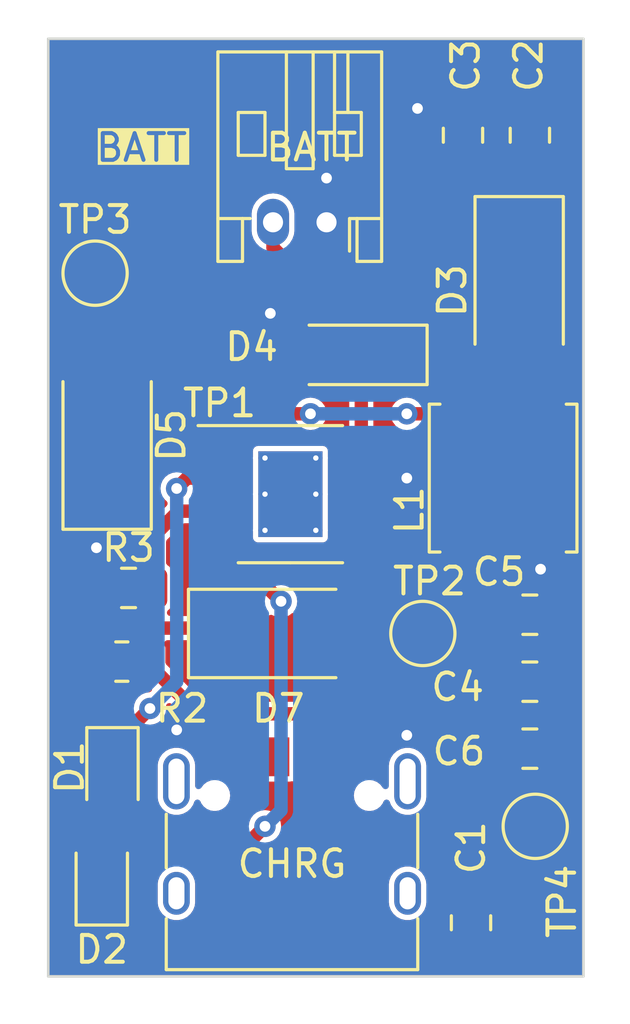
<source format=kicad_pcb>
(kicad_pcb (version 20221018) (generator pcbnew)
  (layers (0 "F.Cu" signal) (31 "B.Cu" signal) (34 "B.Paste" user) (35 "F.Paste" user) (36 "B.SilkS" user "B.Silkscreen") (37 "F.SilkS" user "F.Silkscreen") (38 "B.Mask" user) (39 "F.Mask" user) (44 "Edge.Cuts" user))
  (net 0 "")
  (net 1 "VBUS")
  (net 2 "GND")
  (net 3 "Net-(D3-K)")
  (net 4 "Net-(TP1-BAT)")
  (net 5 "Net-(D1-K)")
  (net 6 "Net-(D1-A)")
  (net 7 "Net-(D2-K)")
  (net 8 "Net-(D3-A)")
  (net 9 "Net-(TP1-PROG)")
  (net 10 "+5V")
  (footprint "Inductor_SMD:L_Sunlord_SWPA5040S" (layer "F.Cu") (at 98 71.4 -90)
    (fp_text reference "L1" (at 1.2 3.5 90) (layer "F.SilkS"))
    (fp_text value "10u")
    (fp_line (start -2.76 -2.76) (end -2.76 -2.36) (stroke (width 0.12)) (layer "F.SilkS"))
    (fp_line (start -2.76 -2.76) (end 2.76 -2.76) (stroke (width 0.12)) (layer "F.SilkS"))
    (fp_line (start -2.76 2.76) (end -2.76 2.36) (stroke (width 0.12)) (layer "F.SilkS"))
    (fp_line (start -2.76 2.76) (end 2.76 2.76) (stroke (width 0.12)) (layer "F.SilkS"))
    (fp_line (start 2.76 -2.76) (end 2.76 -2.36) (stroke (width 0.12)) (layer "F.SilkS"))
    (fp_line (start 2.76 2.76) (end 2.76 2.36) (stroke (width 0.12)) (layer "F.SilkS"))
    (pad "1" smd rect (at -1.85 0 270) (size 1.4 4.2) (layers "F.Cu" "F.Paste" "F.Mask") (net 8 "Net-(D3-A)"))
    (pad "2" smd rect (at 1.85 0 270) (size 1.4 4.2) (layers "F.Cu" "F.Paste" "F.Mask") (net 4 "Net-(TP1-BAT)"))
  )
  (footprint "Diode_SMD:D_SMA" (layer "F.Cu") (at 89.75 77.2)
    (fp_text reference "D7" (at -0.15 2.8) (layer "F.SilkS"))
    (fp_text value "SS34")
    (fp_line (start -3.51 -1.65) (end -3.51 1.65) (stroke (width 0.12)) (layer "F.SilkS"))
    (fp_line (start -3.51 -1.65) (end 2 -1.65) (stroke (width 0.12)) (layer "F.SilkS"))
    (fp_line (start -3.51 1.65) (end 2 1.65) (stroke (width 0.12)) (layer "F.SilkS"))
    (pad "1" smd roundrect (at -2 0) (size 2.5 1.8) (layers "F.Cu" "F.Paste" "F.Mask") (roundrect_rratio 0.1388888889) (net 10 "+5V"))
    (pad "2" smd roundrect (at 2 0) (size 2.5 1.8) (layers "F.Cu" "F.Paste" "F.Mask") (roundrect_rratio 0.1388888889) (net 1 "VBUS"))
  )
  (footprint "TestPoint:TestPoint_Pad_D2.0mm" (layer "F.Cu") (at 95 77.2)
    (fp_text reference "TP2" (at 0.25 -1.95) (layer "F.SilkS"))
    (fp_text value "TestPoint")
    (fp_circle (center 0 0) (end 0 1.2) (stroke (width 0.12)) (fill none) (layer "F.SilkS"))
    (pad "1" smd circle (at 0 0) (size 2 2) (layers "F.Cu" "F.Mask") (net 1 "VBUS"))
  )
  (footprint "Capacitor_SMD:C_0805_2012Metric" (layer "F.Cu") (at 96.8 88 -90)
    (fp_text reference "C1" (at -2.8 0 -90) (layer "F.SilkS"))
    (fp_text value "10u")
    (fp_line (start -0.261252 -0.735) (end 0.261252 -0.735) (stroke (width 0.12)) (layer "F.SilkS"))
    (fp_line (start -0.261252 0.735) (end 0.261252 0.735) (stroke (width 0.12)) (layer "F.SilkS"))
    (pad "1" smd roundrect (at -0.95 0 270) (size 1 1.45) (layers "F.Cu" "F.Paste" "F.Mask") (net 1 "VBUS"))
    (pad "2" smd roundrect (at 0.95 0 270) (size 1 1.45) (layers "F.Cu" "F.Paste" "F.Mask") (net 2 "GND"))
  )
  (footprint "Package_SO:HTSOP-8-1EP_3.9x4.9mm_P1.27mm_EP2.4x3.2mm_ThermalVias" (layer "F.Cu") (at 90.05 72)
    (fp_text reference "TP1" (at -2.65 -3.4) (layer "F.SilkS"))
    (fp_text value "~")
    (fp_line (start 0 -2.56) (end -3.45 -2.56) (stroke (width 0.12)) (layer "F.SilkS"))
    (fp_line (start 0 -2.56) (end 1.95 -2.56) (stroke (width 0.12)) (layer "F.SilkS"))
    (fp_line (start 0 2.56) (end -1.95 2.56) (stroke (width 0.12)) (layer "F.SilkS"))
    (fp_line (start 0 2.56) (end 1.95 2.56) (stroke (width 0.12)) (layer "F.SilkS"))
    (pad "1" smd roundrect (at -2.65 -1.905) (size 1.6 0.6) (layers "F.Cu" "F.Paste" "F.Mask") (net 8 "Net-(D3-A)"))
    (pad "2" smd roundrect (at -2.65 -0.635) (size 1.6 0.6) (layers "F.Cu" "F.Paste" "F.Mask") (net 5 "Net-(D1-K)"))
    (pad "3" smd roundrect (at -2.65 0.635) (size 1.6 0.6) (layers "F.Cu" "F.Paste" "F.Mask") (net 9 "Net-(TP1-PROG)"))
    (pad "4" smd roundrect (at -2.65 1.905) (size 1.6 0.6) (layers "F.Cu" "F.Paste" "F.Mask") (net 7 "Net-(D2-K)"))
    (pad "5" smd roundrect (at 2.65 1.905) (size 1.6 0.6) (layers "F.Cu" "F.Paste" "F.Mask") (net 1 "VBUS"))
    (pad "6" smd roundrect (at 2.65 0.635) (size 1.6 0.6) (layers "F.Cu" "F.Paste" "F.Mask") (net 4 "Net-(TP1-BAT)"))
    (pad "7" smd roundrect (at 2.65 -0.635) (size 1.6 0.6) (layers "F.Cu" "F.Paste" "F.Mask") (net 2 "GND"))
    (pad "8" smd roundrect (at 2.65 -1.905) (size 1.6 0.6) (layers "F.Cu" "F.Paste" "F.Mask") (net 4 "Net-(TP1-BAT)"))
    (pad "9" thru_hole circle (at -0.95 -1.35) (size 0.5 0.5) (drill 0.2) (layers "*.Cu"))
    (pad "9" thru_hole circle (at -0.95 0) (size 0.5 0.5) (drill 0.2) (layers "*.Cu"))
    (pad "9" thru_hole circle (at -0.95 1.35) (size 0.5 0.5) (drill 0.2) (layers "*.Cu"))
    (pad "9" smd rect (at 0 0) (size 2.4 3.2) (layers "F.Cu" "F.Mask"))
    (pad "9" smd rect (at 0 0) (size 2.4 3.2) (layers "B.Cu"))
    (pad "9" thru_hole circle (at 0.95 -1.35) (size 0.5 0.5) (drill 0.2) (layers "*.Cu"))
    (pad "9" thru_hole circle (at 0.95 0) (size 0.5 0.5) (drill 0.2) (layers "*.Cu"))
    (pad "9" thru_hole circle (at 0.95 1.35) (size 0.5 0.5) (drill 0.2) (layers "*.Cu"))
  )
  (footprint "Capacitor_SMD:C_0805_2012Metric" (layer "F.Cu") (at 96.5 58.6 90)
    (fp_text reference "C3" (at 2.6 0.1 90) (layer "F.SilkS"))
    (fp_text value "47u")
    (fp_line (start -0.261252 -0.735) (end 0.261252 -0.735) (stroke (width 0.12)) (layer "F.SilkS"))
    (fp_line (start -0.261252 0.735) (end 0.261252 0.735) (stroke (width 0.12)) (layer "F.SilkS"))
    (pad "1" smd roundrect (at -0.95 0 90) (size 1 1.45) (layers "F.Cu" "F.Paste" "F.Mask") (net 3 "Net-(D3-K)"))
    (pad "2" smd roundrect (at 0.95 0 90) (size 1 1.45) (layers "F.Cu" "F.Paste" "F.Mask") (net 2 "GND"))
  )
  (footprint "Capacitor_SMD:C_0805_2012Metric" (layer "F.Cu") (at 99 76.5)
    (fp_text reference "C5" (at -1.15 -1.6 180) (layer "F.SilkS"))
    (fp_text value "22u")
    (fp_line (start -0.261252 -0.735) (end 0.261252 -0.735) (stroke (width 0.12)) (layer "F.SilkS"))
    (fp_line (start -0.261252 0.735) (end 0.261252 0.735) (stroke (width 0.12)) (layer "F.SilkS"))
    (pad "1" smd roundrect (at -0.95 0) (size 1 1.45) (layers "F.Cu" "F.Paste" "F.Mask") (net 4 "Net-(TP1-BAT)"))
    (pad "2" smd roundrect (at 0.95 0) (size 1 1.45) (layers "F.Cu" "F.Paste" "F.Mask") (net 2 "GND"))
  )
  (footprint "Diode_SMD:D_MiniMELF" (layer "F.Cu") (at 92.5 66.8 180)
    (fp_text reference "D4" (at 3.9 0.3) (layer "F.SilkS"))
    (fp_text value "D_Zener")
    (fp_line (start -2.66 -1.11) (end -2.66 1.11) (stroke (width 0.12)) (layer "F.SilkS"))
    (fp_line (start -2.66 1.11) (end 1.75 1.11) (stroke (width 0.12)) (layer "F.SilkS"))
    (fp_line (start 1.75 -1.11) (end -2.66 -1.11) (stroke (width 0.12)) (layer "F.SilkS"))
    (pad "1" smd roundrect (at -1.75 0 180) (size 1.3 1.7) (layers "F.Cu" "F.Paste" "F.Mask") (roundrect_rratio 0.1923076923) (net 3 "Net-(D3-K)"))
    (pad "2" smd roundrect (at 1.75 0 180) (size 1.3 1.7) (layers "F.Cu" "F.Paste" "F.Mask") (roundrect_rratio 0.1923076923) (net 2 "GND"))
  )
  (footprint "Capacitor_SMD:C_0805_2012Metric" (layer "F.Cu") (at 99 81.5)
    (fp_text reference "C6" (at -2.65 0.1 180) (layer "F.SilkS"))
    (fp_text value "22u")
    (fp_line (start -0.261252 -0.735) (end 0.261252 -0.735) (stroke (width 0.12)) (layer "F.SilkS"))
    (fp_line (start -0.261252 0.735) (end 0.261252 0.735) (stroke (width 0.12)) (layer "F.SilkS"))
    (pad "1" smd roundrect (at -0.95 0) (size 1 1.45) (layers "F.Cu" "F.Paste" "F.Mask") (net 4 "Net-(TP1-BAT)"))
    (pad "2" smd roundrect (at 0.95 0) (size 1 1.45) (layers "F.Cu" "F.Paste" "F.Mask") (net 2 "GND"))
  )
  (footprint "Capacitor_SMD:C_0805_2012Metric" (layer "F.Cu") (at 84 75.5 180)
    (fp_text reference "R3" (at 0 1.5) (layer "F.SilkS"))
    (fp_text value "5.1k")
    (fp_line (start -0.261252 -0.735) (end 0.261252 -0.735) (stroke (width 0.12)) (layer "F.SilkS"))
    (fp_line (start -0.261252 0.735) (end 0.261252 0.735) (stroke (width 0.12)) (layer "F.SilkS"))
    (pad "1" smd roundrect (at -0.95 0 180) (size 1 1.45) (layers "F.Cu" "F.Paste" "F.Mask") (net 9 "Net-(TP1-PROG)"))
    (pad "2" smd roundrect (at 0.95 0 180) (size 1 1.45) (layers "F.Cu" "F.Paste" "F.Mask") (net 2 "GND"))
  )
  (footprint "TestPoint:TestPoint_Pad_D2.0mm" (layer "F.Cu") (at 99.2 84.4)
    (fp_text reference "TP4" (at 1 2.8 90) (layer "F.SilkS"))
    (fp_text value "TestPoint")
    (fp_circle (center 0 0) (end 0 1.2) (stroke (width 0.12)) (fill none) (layer "F.SilkS"))
    (pad "1" smd circle (at 0 0) (size 2 2) (layers "F.Cu" "F.Mask") (net 4 "Net-(TP1-BAT)"))
  )
  (footprint "Resistor_SMD:R_0805_2012Metric" (layer "F.Cu") (at 83.75 78.25 180)
    (fp_text reference "R2" (at -2.25 -1.75 180) (layer "F.SilkS"))
    (fp_text value "1k")
    (fp_line (start -0.227064 -0.735) (end 0.227064 -0.735) (stroke (width 0.12)) (layer "F.SilkS"))
    (fp_line (start -0.227064 0.735) (end 0.227064 0.735) (stroke (width 0.12)) (layer "F.SilkS"))
    (pad "1" smd roundrect (at -0.9125 0 180) (size 1.025 1.4) (layers "F.Cu" "F.Paste" "F.Mask") (roundrect_rratio 0.243902) (net 1 "VBUS"))
    (pad "2" smd roundrect (at 0.9125 0 180) (size 1.025 1.4) (layers "F.Cu" "F.Paste" "F.Mask") (roundrect_rratio 0.243902) (net 6 "Net-(D1-A)"))
  )
  (footprint "Connector_USB:USB_C_Receptacle_HRO_TYPE-C-31-M-12" (layer "F.Cu") (at 90.11 85.85)
    (fp_text reference "CHRG" (at 0 -0.05) (layer "F.SilkS"))
    (fp_text value "USB_C_Receptacle_USB2.0")
    (fp_line (start -4.7 -1.9) (end -4.7 0.1) (stroke (width 0.12)) (layer "F.SilkS"))
    (fp_line (start -4.7 2) (end -4.7 3.9) (stroke (width 0.12)) (layer "F.SilkS"))
    (fp_line (start -4.7 3.9) (end 4.7 3.9) (stroke (width 0.12)) (layer "F.SilkS"))
    (fp_line (start 4.7 -1.9) (end 4.7 0.1) (stroke (width 0.12)) (layer "F.SilkS"))
    (fp_line (start 4.7 2) (end 4.7 3.9) (stroke (width 0.12)) (layer "F.SilkS"))
    (pad "" np_thru_hole circle (at -2.89 -2.6) (size 0.65 0.65) (drill 0.65) (layers "*.Cu" "*.Mask"))
    (pad "" np_thru_hole circle (at 2.89 -2.6) (size 0.65 0.65) (drill 0.65) (layers "*.Cu" "*.Mask"))
    (pad "A1" smd rect (at -3.25 -4.045) (size 0.6 1.45) (layers "F.Cu" "F.Paste" "F.Mask") (net 2 "GND"))
    (pad "A4" smd rect (at -2.45 -4.045) (size 0.6 1.45) (layers "F.Cu" "F.Paste" "F.Mask") (net 1 "VBUS"))
    (pad "A5" smd rect (at -1.25 -4.045) (size 0.3 1.45) (layers "F.Cu" "F.Paste" "F.Mask"))
    (pad "A6" smd rect (at -0.25 -4.045) (size 0.3 1.45) (layers "F.Cu" "F.Paste" "F.Mask"))
    (pad "A7" smd rect (at 0.25 -4.045) (size 0.3 1.45) (layers "F.Cu" "F.Paste" "F.Mask"))
    (pad "A8" smd rect (at 1.25 -4.045) (size 0.3 1.45) (layers "F.Cu" "F.Paste" "F.Mask"))
    (pad "A9" smd rect (at 2.45 -4.045) (size 0.6 1.45) (layers "F.Cu" "F.Paste" "F.Mask") (net 1 "VBUS"))
    (pad "A12" smd rect (at 3.25 -4.045) (size 0.6 1.45) (layers "F.Cu" "F.Paste" "F.Mask") (net 2 "GND"))
    (pad "B1" smd rect (at 3.25 -4.045) (size 0.6 1.45) (layers "F.Cu" "F.Paste" "F.Mask") (net 2 "GND"))
    (pad "B4" smd rect (at 2.45 -4.045) (size 0.6 1.45) (layers "F.Cu" "F.Paste" "F.Mask") (net 1 "VBUS"))
    (pad "B5" smd rect (at 1.75 -4.045) (size 0.3 1.45) (layers "F.Cu" "F.Paste" "F.Mask"))
    (pad "B6" smd rect (at 0.75 -4.045) (size 0.3 1.45) (layers "F.Cu" "F.Paste" "F.Mask"))
    (pad "B7" smd rect (at -0.75 -4.045) (size 0.3 1.45) (layers "F.Cu" "F.Paste" "F.Mask"))
    (pad "B8" smd rect (at -1.75 -4.045) (size 0.3 1.45) (layers "F.Cu" "F.Paste" "F.Mask"))
    (pad "B9" smd rect (at -2.45 -4.045) (size 0.6 1.45) (layers "F.Cu" "F.Paste" "F.Mask") (net 1 "VBUS"))
    (pad "B12" smd rect (at -3.25 -4.045) (size 0.6 1.45) (layers "F.Cu" "F.Paste" "F.Mask") (net 2 "GND"))
    (pad "S1" thru_hole oval (at -4.32 -3.13) (size 1 2.1) (drill oval 0.6 1.7) (layers "*.Cu" "*.Mask"))
    (pad "S1" thru_hole oval (at -4.32 1.05) (size 1 1.6) (drill oval 0.6 1.2) (layers "*.Cu" "*.Mask"))
    (pad "S1" thru_hole oval (at 4.32 -3.13) (size 1 2.1) (drill oval 0.6 1.7) (layers "*.Cu" "*.Mask"))
    (pad "S1" thru_hole oval (at 4.32 1.05) (size 1 1.6) (drill oval 0.6 1.2) (layers "*.Cu" "*.Mask"))
  )
  (footprint "LED_SMD:LED_0805_2012Metric" (layer "F.Cu") (at 83 86.4 90)
    (fp_text reference "D2" (at -2.6 0 180) (layer "F.SilkS"))
    (fp_text value "G")
    (fp_line (start -1.685 -0.96) (end -1.685 0.96) (stroke (width 0.12)) (layer "F.SilkS"))
    (fp_line (start -1.685 0.96) (end 1 0.96) (stroke (width 0.12)) (layer "F.SilkS"))
    (fp_line (start 1 -0.96) (end -1.685 -0.96) (stroke (width 0.12)) (layer "F.SilkS"))
    (pad "1" smd roundrect (at -0.9375 0 90) (size 0.975 1.4) (layers "F.Cu" "F.Paste" "F.Mask") (net 7 "Net-(D2-K)"))
    (pad "2" smd roundrect (at 0.9375 0 90) (size 0.975 1.4) (layers "F.Cu" "F.Paste" "F.Mask") (net 6 "Net-(D1-A)"))
  )
  (footprint "Capacitor_SMD:C_0805_2012Metric" (layer "F.Cu") (at 99 58.6 90)
    (fp_text reference "C2" (at 2.6 -0.05 90) (layer "F.SilkS"))
    (fp_text value "0.1u")
    (fp_line (start -0.261252 -0.735) (end 0.261252 -0.735) (stroke (width 0.12)) (layer "F.SilkS"))
    (fp_line (start -0.261252 0.735) (end 0.261252 0.735) (stroke (width 0.12)) (layer "F.SilkS"))
    (pad "1" smd roundrect (at -0.95 0 90) (size 1 1.45) (layers "F.Cu" "F.Paste" "F.Mask") (net 3 "Net-(D3-K)"))
    (pad "2" smd roundrect (at 0.95 0 90) (size 1 1.45) (layers "F.Cu" "F.Paste" "F.Mask") (net 2 "GND"))
  )
  (footprint "LED_SMD:LED_0805_2012Metric" (layer "F.Cu") (at 83.4 82.4 -90)
    (fp_text reference "D1" (at -0.2 1.6 90) (layer "F.SilkS"))
    (fp_text value "R")
    (fp_line (start -1.685 -0.96) (end -1.685 0.96) (stroke (width 0.12)) (layer "F.SilkS"))
    (fp_line (start -1.685 0.96) (end 1 0.96) (stroke (width 0.12)) (layer "F.SilkS"))
    (fp_line (start 1 -0.96) (end -1.685 -0.96) (stroke (width 0.12)) (layer "F.SilkS"))
    (pad "1" smd roundrect (at -0.9375 0 270) (size 0.975 1.4) (layers "F.Cu" "F.Paste" "F.Mask") (net 5 "Net-(D1-K)"))
    (pad "2" smd roundrect (at 0.9375 0 270) (size 0.975 1.4) (layers "F.Cu" "F.Paste" "F.Mask") (net 6 "Net-(D1-A)"))
  )
  (footprint "Connector_JST:JST_PH_S2B-PH-K_1x02_P2.00mm_Horizontal" (layer "F.Cu") (at 91.4 61.85 180)
    (fp_text reference "BATT" (at 0.55 2.8) (layer "F.SilkS"))
    (fp_text value "Conn_01x02_Pin")
    (fp_line (start -2.06 -1.46) (end -2.06 6.36) (stroke (width 0.12)) (layer "F.SilkS"))
    (fp_line (start -2.06 0.14) (end -1.14 0.14) (stroke (width 0.12)) (layer "F.SilkS"))
    (fp_line (start -2.06 6.36) (end 4.06 6.36) (stroke (width 0.12)) (layer "F.SilkS"))
    (fp_line (start -1.3 2.5) (end -1.3 4.1) (stroke (width 0.12)) (layer "F.SilkS"))
    (fp_line (start -1.3 4.1) (end -0.3 4.1) (stroke (width 0.12)) (layer "F.SilkS"))
    (fp_line (start -1.14 -1.46) (end -2.06 -1.46) (stroke (width 0.12)) (layer "F.SilkS"))
    (fp_line (start -1.14 0.14) (end -1.14 -1.46) (stroke (width 0.12)) (layer "F.SilkS"))
    (fp_line (start -0.86 0.14) (end -1.14 0.14) (stroke (width 0.12)) (layer "F.SilkS"))
    (fp_line (start -0.86 0.14) (end -0.86 -1.075) (stroke (width 0.12)) (layer "F.SilkS"))
    (fp_line (start -0.8 4.1) (end -0.8 6.36) (stroke (width 0.12)) (layer "F.SilkS"))
    (fp_line (start -0.3 2.5) (end -1.3 2.5) (stroke (width 0.12)) (layer "F.SilkS"))
    (fp_line (start -0.3 4.1) (end -0.3 2.5) (stroke (width 0.12)) (layer "F.SilkS"))
    (fp_line (start -0.3 4.1) (end -0.3 6.36) (stroke (width 0.12)) (layer "F.SilkS"))
    (fp_line (start 0.5 2) (end 1.5 2) (stroke (width 0.12)) (layer "F.SilkS"))
    (fp_line (start 0.5 6.36) (end 0.5 2) (stroke (width 0.12)) (layer "F.SilkS"))
    (fp_line (start 1.5 2) (end 1.5 6.36) (stroke (width 0.12)) (layer "F.SilkS"))
    (fp_line (start 2.3 2.5) (end 3.3 2.5) (stroke (width 0.12)) (layer "F.SilkS"))
    (fp_line (start 2.3 4.1) (end 2.3 2.5) (stroke (width 0.12)) (layer "F.SilkS"))
    (fp_line (start 3.14 -1.46) (end 3.14 0.14) (stroke (width 0.12)) (layer "F.SilkS"))
    (fp_line (start 3.14 0.14) (end 2.86 0.14) (stroke (width 0.12)) (layer "F.SilkS"))
    (fp_line (start 3.3 2.5) (end 3.3 4.1) (stroke (width 0.12)) (layer "F.SilkS"))
    (fp_line (start 3.3 4.1) (end 2.3 4.1) (stroke (width 0.12)) (layer "F.SilkS"))
    (fp_line (start 4.06 -1.46) (end 3.14 -1.46) (stroke (width 0.12)) (layer "F.SilkS"))
    (fp_line (start 4.06 0.14) (end 3.14 0.14) (stroke (width 0.12)) (layer "F.SilkS"))
    (fp_line (start 4.06 6.36) (end 4.06 -1.46) (stroke (width 0.12)) (layer "F.SilkS"))
    (pad "1" thru_hole roundrect (at 0 0 180) (size 1.2 1.75) (drill 0.75) (layers "*.Cu" "*.Mask") (roundrect_rratio 0.208333) (net 2 "GND"))
    (pad "2" thru_hole oval (at 2 0 180) (size 1.2 1.75) (drill 0.75) (layers "*.Cu" "*.Mask") (net 4 "Net-(TP1-BAT)"))
  )
  (footprint "Diode_SMD:D_SMA" (layer "F.Cu") (at 83.2 69.8 90)
    (fp_text reference "D5" (at 0 2.4 90) (layer "F.SilkS"))
    (fp_text value "SS34")
    (fp_line (start -3.51 -1.65) (end -3.51 1.65) (stroke (width 0.12)) (layer "F.SilkS"))
    (fp_line (start -3.51 -1.65) (end 2 -1.65) (stroke (width 0.12)) (layer "F.SilkS"))
    (fp_line (start -3.51 1.65) (end 2 1.65) (stroke (width 0.12)) (layer "F.SilkS"))
    (pad "1" smd roundrect (at -2 0 90) (size 2.5 1.8) (layers "F.Cu" "F.Paste" "F.Mask") (roundrect_rratio 0.1388888889) (net 10 "+5V"))
    (pad "2" smd roundrect (at 2 0 90) (size 2.5 1.8) (layers "F.Cu" "F.Paste" "F.Mask") (roundrect_rratio 0.1388888889) (net 3 "Net-(D3-K)"))
  )
  (footprint "TestPoint:TestPoint_Pad_D2.0mm" (layer "F.Cu") (at 82.75 63.75)
    (fp_text reference "TP3" (at 0 -1.998) (layer "F.SilkS"))
    (fp_text value "TestPoint")
    (fp_circle (center 0 0) (end 0 1.2) (stroke (width 0.12)) (fill none) (layer "F.SilkS"))
    (pad "1" smd circle (at 0 0) (size 2 2) (layers "F.Cu" "F.Mask") (net 10 "+5V"))
  )
  (footprint "Capacitor_SMD:C_0805_2012Metric" (layer "F.Cu") (at 99 79)
    (fp_text reference "C4" (at -2.7 0.2) (layer "F.SilkS"))
    (fp_text value "0.1u")
    (fp_line (start -0.261252 -0.735) (end 0.261252 -0.735) (stroke (width 0.12)) (layer "F.SilkS"))
    (fp_line (start -0.261252 0.735) (end 0.261252 0.735) (stroke (width 0.12)) (layer "F.SilkS"))
    (pad "1" smd roundrect (at -0.95 0) (size 1 1.45) (layers "F.Cu" "F.Paste" "F.Mask") (net 4 "Net-(TP1-BAT)"))
    (pad "2" smd roundrect (at 0.95 0) (size 1 1.45) (layers "F.Cu" "F.Paste" "F.Mask") (net 2 "GND"))
  )
  (footprint "Diode_SMD:D_SMA" (layer "F.Cu") (at 98.6 64.4 -90)
    (fp_text reference "D3" (at 0 2.5 90) (layer "F.SilkS"))
    (fp_text value "SS34")
    (fp_line (start -3.51 -1.65) (end -3.51 1.65) (stroke (width 0.12)) (layer "F.SilkS"))
    (fp_line (start -3.51 -1.65) (end 2 -1.65) (stroke (width 0.12)) (layer "F.SilkS"))
    (fp_line (start -3.51 1.65) (end 2 1.65) (stroke (width 0.12)) (layer "F.SilkS"))
    (pad "1" smd roundrect (at -2 0 270) (size 2.5 1.8) (layers "F.Cu" "F.Paste" "F.Mask") (roundrect_rratio 0.1388888889) (net 3 "Net-(D3-K)"))
    (pad "2" smd roundrect (at 2 0 270) (size 2.5 1.8) (layers "F.Cu" "F.Paste" "F.Mask") (roundrect_rratio 0.1388888889) (net 8 "Net-(D3-A)"))
  )
  (gr_line (start 101 55) (end 101 90) (stroke (width 0.1)) (layer "Edge.Cuts"))
  (gr_line (start 81 90) (end 81 55) (stroke (width 0.1)) (layer "Edge.Cuts"))
  (gr_line (start 81 55) (end 101 55) (stroke (width 0.1)) (layer "Edge.Cuts"))
  (gr_line (start 101 90) (end 81 90) (stroke (width 0.1)) (layer "Edge.Cuts"))
  (gr_text "BATT" (at 82.7 59.65) (layer "F.SilkS" knockout) (effects (font (size 1 1)) (justify left bottom)))
  (segment (start 96.8 87.05) (end 96.8 84.45) (width 0.5) (layer "F.Cu") (net 1))
  (segment (start 95.5 80.25) (end 92.25 80.25) (width 0.5) (layer "F.Cu") (net 1))
  (segment (start 87.66 80.58) (end 87.66 81.805) (width 0.5) (layer "F.Cu") (net 1))
  (segment (start 92.7 75.3) (end 92.7 73.905) (width 0.5) (layer "F.Cu") (net 1))
  (segment (start 95.5 80.25) (end 95 79.75) (width 0.5) (layer "F.Cu") (net 1))
  (segment (start 86.6125 80.2) (end 87.28 80.2) (width 0.5) (layer "F.Cu") (net 1))
  (segment (start 87.28 80.2) (end 87.66 80.58) (width 0.5) (layer "F.Cu") (net 1))
  (segment (start 88 80.2) (end 92.2 80.2) (width 0.5) (layer "F.Cu") (net 1))
  (segment (start 96 83.65) (end 96 80.75) (width 0.5) (layer "F.Cu") (net 1))
  (segment (start 92.56 80.56) (end 92.56 81.805) (width 0.5) (layer "F.Cu") (net 1))
  (segment (start 92.2 79.45) (end 92.2 80.2) (width 0.5) (layer "F.Cu") (net 1))
  (segment (start 92.25 80.25) (end 92.2 80.2) (width 0.5) (layer "F.Cu") (net 1))
  (segment (start 95 79.75) (end 95 77.2) (width 0.5) (layer "F.Cu") (net 1))
  (segment (start 86.6125 80.2) (end 88 80.2) (width 0.5) (layer "F.Cu") (net 1))
  (segment (start 96.8 84.45) (end 96 83.65) (width 0.5) (layer "F.Cu") (net 1))
  (segment (start 84.6625 78.25) (end 86.6125 80.2) (width 0.5) (layer "F.Cu") (net 1))
  (segment (start 91.75 76.25) (end 92.7 75.3) (width 0.5) (layer "F.Cu") (net 1))
  (segment (start 96 80.75) (end 95.5 80.25) (width 0.5) (layer "F.Cu") (net 1))
  (segment (start 91.75 77.2) (end 91.75 79) (width 0.5) (layer "F.Cu") (net 1))
  (segment (start 91.75 79) (end 92.2 79.45) (width 0.5) (layer "F.Cu") (net 1))
  (segment (start 91.75 77.2) (end 91.75 76.25) (width 0.5) (layer "F.Cu") (net 1))
  (segment (start 92.25 80.25) (end 92.56 80.56) (width 0.5) (layer "F.Cu") (net 1))
  (segment (start 89.3 65.35) (end 90.75 66.8) (width 0.25) (layer "F.Cu") (net 2))
  (segment (start 93.36 81.805) (end 93.36 81.44) (width 0.25) (layer "F.Cu") (net 2))
  (segment (start 93.8 81) (end 94.4 81) (width 0.25) (layer "F.Cu") (net 2))
  (segment (start 94.365 71.365) (end 94.4 71.4) (width 0.25) (layer "F.Cu") (net 2))
  (segment (start 99.95 79) (end 99.95 81.5) (width 0.25) (layer "F.Cu") (net 2))
  (segment (start 89.3 65.25) (end 89.3 65.35) (width 0.25) (layer "F.Cu") (net 2))
  (segment (start 86.86 81.805) (end 86.86 81.46) (width 0.25) (layer "F.Cu") (net 2))
  (segment (start 99.95 76.5) (end 99.95 79) (width 0.25) (layer "F.Cu") (net 2))
  (segment (start 82.8 75.25) (end 83.05 75.5) (width 0.25) (layer "F.Cu") (net 2))
  (segment (start 91.4 60.2) (end 91.4 61.85) (width 0.25) (layer "F.Cu") (net 2))
  (segment (start 82.8 74) (end 82.8 75.25) (width 0.25) (layer "F.Cu") (net 2))
  (segment (start 86.2 80.8) (end 85.8 80.8) (width 0.25) (layer "F.Cu") (net 2))
  (segment (start 94.85 57.65) (end 96.5 57.65) (width 0.25) (layer "F.Cu") (net 2))
  (segment (start 86.86 81.46) (end 86.2 80.8) (width 0.25) (layer "F.Cu") (net 2))
  (segment (start 99.4 75.95) (end 99.95 76.5) (width 0.25) (layer "F.Cu") (net 2))
  (segment (start 93.36 81.44) (end 93.8 81) (width 0.25) (layer "F.Cu") (net 2))
  (segment (start 99 57.65) (end 96.5 57.65) (width 0.25) (layer "F.Cu") (net 2))
  (segment (start 92.7 71.365) (end 94.365 71.365) (width 0.25) (layer "F.Cu") (net 2))
  (segment (start 94.8 57.6) (end 94.85 57.65) (width 0.25) (layer "F.Cu") (net 2))
  (segment (start 99.4 74.8) (end 99.4 75.95) (width 0.25) (layer "F.Cu") (net 2))
  (via (at 89.3 65.25) (size 0.8) (drill 0.4) (layers "F.Cu" "B.Cu") (net 2))
  (via (at 91.4 60.2) (size 0.8) (drill 0.4) (layers "F.Cu" "B.Cu") (net 2))
  (via (at 82.8 74) (size 0.8) (drill 0.4) (layers "F.Cu" "B.Cu") (net 2))
  (via (at 94.4 81) (size 0.8) (drill 0.4) (layers "F.Cu" "B.Cu") (net 2))
  (via (at 94.4 71.4) (size 0.8) (drill 0.4) (layers "F.Cu" "B.Cu") (net 2))
  (via (at 94.8 57.6) (size 0.8) (drill 0.4) (layers "F.Cu" "B.Cu") (net 2))
  (via (at 85.8 80.8) (size 0.8) (drill 0.4) (layers "F.Cu" "B.Cu") (net 2))
  (via (at 99.4 74.8) (size 0.8) (drill 0.4) (layers "F.Cu" "B.Cu") (net 2))
  (segment (start 85 59.4) (end 88.6 55.8) (width 0.5) (layer "F.Cu") (net 3))
  (segment (start 96 66.4) (end 96 63.2) (width 0.5) (layer "F.Cu") (net 3))
  (segment (start 85 66) (end 85 59.4) (width 0.5) (layer "F.Cu") (net 3))
  (segment (start 83.2 67.8) (end 85 66) (width 0.5) (layer "F.Cu") (net 3))
  (segment (start 99.7 55.8) (end 100.5 56.6) (width 0.5) (layer "F.Cu") (net 3))
  (segment (start 96.5 59.55) (end 99 59.55) (width 0.5) (layer "F.Cu") (net 3))
  (segment (start 95.6 66.8) (end 96 66.4) (width 0.5) (layer "F.Cu") (net 3))
  (segment (start 96.8 62.4) (end 98.6 62.4) (width 0.5) (layer "F.Cu") (net 3))
  (segment (start 100.5 58.05) (end 99 59.55) (width 0.5) (layer "F.Cu") (net 3))
  (segment (start 98.6 62.4) (end 98.6 61) (width 0.5) (layer "F.Cu") (net 3))
  (segment (start 94.25 66.8) (end 95.6 66.8) (width 0.5) (layer "F.Cu") (net 3))
  (segment (start 96 63.2) (end 96.8 62.4) (width 0.5) (layer "F.Cu") (net 3))
  (segment (start 100.5 56.6) (end 100.5 58.05) (width 0.5) (layer "F.Cu") (net 3))
  (segment (start 88.6 55.8) (end 99.7 55.8) (width 0.5) (layer "F.Cu") (net 3))
  (segment (start 98.6 61) (end 99 60.6) (width 0.5) (layer "F.Cu") (net 3))
  (segment (start 99 60.6) (end 99 59.55) (width 0.5) (layer "F.Cu") (net 3))
  (segment (start 92.7 66.1) (end 89.4 62.8) (width 0.5) (layer "F.Cu") (net 4))
  (segment (start 94.16 72.635) (end 94.775 73.25) (width 0.25) (layer "F.Cu") (net 4))
  (segment (start 94.775 73.25) (end 98 73.25) (width 0.25) (layer "F.Cu") (net 4))
  (segment (start 94.595 70.095) (end 95.75 71.25) (width 0.5) (layer "F.Cu") (net 4))
  (segment (start 92.7 70.095) (end 92.7 66.1) (width 0.5) (layer "F.Cu") (net 4))
  (segment (start 98.05 79) (end 98.05 76.5) (width 0.5) (layer "F.Cu") (net 4))
  (segment (start 98.05 81.5) (end 98.05 79) (width 0.5) (layer "F.Cu") (net 4))
  (segment (start 89.4 62.8) (end 89.4 61.85) (width 0.5) (layer "F.Cu") (net 4))
  (segment (start 98 72.35) (end 98 73.25) (width 0.5) (layer "F.Cu") (net 4))
  (segment (start 98.05 83.25) (end 99.2 84.4) (width 0.5) (layer "F.Cu") (net 4))
  (segment (start 92.7 70.095) (end 94.595 70.095) (width 0.5) (layer "F.Cu") (net 4))
  (segment (start 92.7 72.635) (end 94.16 72.635) (width 0.25) (layer "F.Cu") (net 4))
  (segment (start 98.05 81.5) (end 98.05 83.25) (width 0.5) (layer "F.Cu") (net 4))
  (segment (start 96.9 71.25) (end 98 72.35) (width 0.5) (layer "F.Cu") (net 4))
  (segment (start 95.75 71.25) (end 96.9 71.25) (width 0.5) (layer "F.Cu") (net 4))
  (segment (start 85.799071 71.788062) (end 86.187133 71.4) (width 0.5) (layer "F.Cu") (net 5))
  (segment (start 83.4 81.4625) (end 83.4 81.4) (width 0.5) (layer "F.Cu") (net 5))
  (segment (start 83.4 81.4) (end 84.8 80) (width 0.5) (layer "F.Cu") (net 5))
  (segment (start 87.365 71.4) (end 87.4 71.365) (width 0.5) (layer "F.Cu") (net 5))
  (segment (start 86.187133 71.4) (end 87.365 71.4) (width 0.5) (layer "F.Cu") (net 5))
  (via (at 85.799071 71.788062) (size 0.8) (drill 0.4) (layers "F.Cu" "B.Cu") (net 5))
  (via (at 84.8 80) (size 0.8) (drill 0.4) (layers "F.Cu" "B.Cu") (net 5))
  (segment (start 84.8 80) (end 85.8 79) (width 0.5) (layer "B.Cu") (net 5))
  (segment (start 85.8 71.788991) (end 85.799071 71.788062) (width 0.5) (layer "B.Cu") (net 5))
  (segment (start 85.8 79) (end 85.8 78.8) (width 0.5) (layer "B.Cu") (net 5))
  (segment (start 85.8 78.8) (end 85.8 71.788991) (width 0.5) (layer "B.Cu") (net 5))
  (segment (start 81.6 83) (end 81.9375 83.3375) (width 0.5) (layer "F.Cu") (net 6))
  (segment (start 83 83.7375) (end 83.4 83.3375) (width 0.5) (layer "F.Cu") (net 6))
  (segment (start 82.15 78.25) (end 81.6 78.8) (width 0.5) (layer "F.Cu") (net 6))
  (segment (start 82.8375 78.25) (end 82.15 78.25) (width 0.5) (layer "F.Cu") (net 6))
  (segment (start 81.6 78.8) (end 81.6 83) (width 0.5) (layer "F.Cu") (net 6))
  (segment (start 83 85.4625) (end 83 83.7375) (width 0.5) (layer "F.Cu") (net 6))
  (segment (start 81.9375 83.3375) (end 83.4 83.3375) (width 0.5) (layer "F.Cu") (net 6))
  (segment (start 87.4 74.9025) (end 87.4 73.905) (width 0.5) (layer "F.Cu") (net 7))
  (segment (start 87.6975 75.2) (end 87.4 74.9025) (width 0.5) (layer "F.Cu") (net 7))
  (segment (start 89.1 84.4) (end 88.1 85.4) (width 0.5) (layer "F.Cu") (net 7))
  (segment (start 84.9375 85.4) (end 83 87.3375) (width 0.5) (layer "F.Cu") (net 7))
  (segment (start 88.9 75.2) (end 87.6975 75.2) (width 0.5) (layer "F.Cu") (net 7))
  (segment (start 89.7 76) (end 88.9 75.2) (width 0.5) (layer "F.Cu") (net 7))
  (segment (start 88.1 85.4) (end 84.9375 85.4) (width 0.5) (layer "F.Cu") (net 7))
  (via (at 89.1 84.4) (size 0.8) (drill 0.4) (layers "F.Cu" "B.Cu") (net 7))
  (via (at 89.7 76) (size 0.8) (drill 0.4) (layers "F.Cu" "B.Cu") (net 7))
  (segment (start 89.1 84.4) (end 89.7 83.8) (width 0.5) (layer "B.Cu") (net 7))
  (segment (start 89.7 83.8) (end 89.7 76) (width 0.5) (layer "B.Cu") (net 7))
  (segment (start 98.4 69.15) (end 98.4 66.6) (width 0.5) (layer "F.Cu") (net 8))
  (segment (start 97.45 69) (end 94.4 69) (width 0.5) (layer "F.Cu") (net 8))
  (segment (start 98 69.55) (end 97.45 69) (width 0.5) (layer "F.Cu") (net 8))
  (segment (start 98.4 66.6) (end 98.6 66.4) (width 0.5) (layer "F.Cu") (net 8))
  (segment (start 90.8 69) (end 88.495 69) (width 0.5) (layer "F.Cu") (net 8))
  (segment (start 98 69.55) (end 98.4 69.15) (width 0.5) (layer "F.Cu") (net 8))
  (segment (start 88.495 69) (end 87.4 70.095) (width 0.5) (layer "F.Cu") (net 8))
  (via (at 90.8 69) (size 0.8) (drill 0.4) (layers "F.Cu" "B.Cu") (net 8))
  (via (at 94.4 69) (size 0.8) (drill 0.4) (layers "F.Cu" "B.Cu") (net 8))
  (segment (start 94.4 69) (end 90.8 69) (width 0.5) (layer "B.Cu") (net 8))
  (segment (start 84.95 73.55) (end 85.865 72.635) (width 0.5) (layer "F.Cu") (net 9))
  (segment (start 84.95 75.5) (end 84.95 73.55) (width 0.5) (layer "F.Cu") (net 9))
  (segment (start 85.865 72.635) (end 87.4 72.635) (width 0.5) (layer "F.Cu") (net 9))
  (segment (start 87.55 77) (end 82.25 77) (width 0.5) (layer "F.Cu") (net 10))
  (segment (start 83.2 71.8) (end 82.2 71.8) (width 0.5) (layer "F.Cu") (net 10))
  (segment (start 81.75 72.5) (end 82.45 71.8) (width 0.5) (layer "F.Cu") (net 10))
  (segment (start 81.6 65.9) (end 82.75 64.75) (width 0.5) (layer "F.Cu") (net 10))
  (segment (start 82.2 71.8) (end 81.6 71.2) (width 0.5) (layer "F.Cu") (net 10))
  (segment (start 81.75 76.5) (end 81.75 72.5) (width 0.5) (layer "F.Cu") (net 10))
  (segment (start 82.25 77) (end 81.75 76.5) (width 0.5) (layer "F.Cu") (net 10))
  (segment (start 81.6 71.2) (end 81.6 65.9) (width 0.5) (layer "F.Cu") (net 10))
  (segment (start 82.45 71.8) (end 83.2 71.8) (width 0.5) (layer "F.Cu") (net 10))
  (segment (start 82.75 64.75) (end 82.75 63.75) (width 0.5) (layer "F.Cu") (net 10))
  (segment (start 87.75 77.2) (end 87.55 77) (width 0.5) (layer "F.Cu") (net 10))
  (zone (net 2) (net_name "GND") (layers "F&B.Cu") (connect_pads yes (clearance 0.2)) (min_thickness 0.25) (fill yes (thermal_gap 0.5) (thermal_bridge_width 0.5) (island_removal_mode 1) (island_area_min 10))
    (polygon (pts (xy 80 54) (xy 102 54) (xy 102 91) (xy 80 91)))
  )
)
</source>
